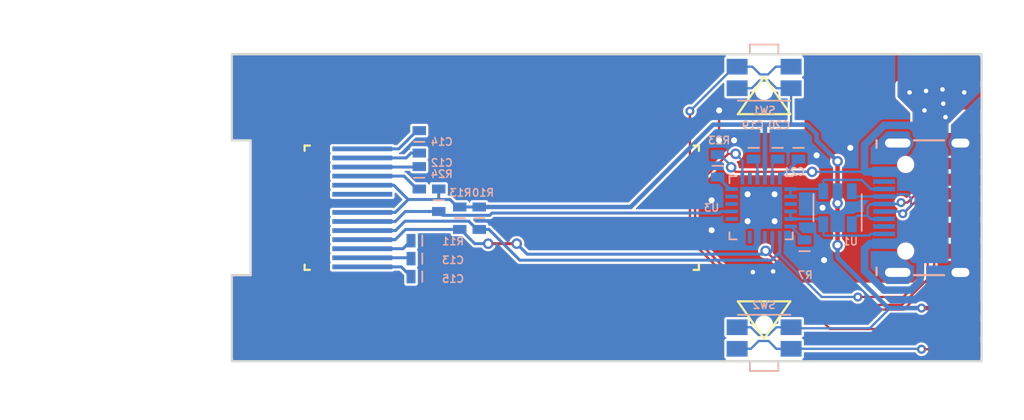
<source format=kicad_pcb>
(kicad_pcb (version 20241229) (generator "pcbnew") (generator_version "9.0")
  (layers (0 "F.Cu" mixed) (2 "B.Cu" mixed) (13 "F.Paste" user) (15 "B.Paste" user) (5 "F.SilkS" user) (7 "B.SilkS" user) (1 "F.Mask" user) (3 "B.Mask" user) (25 "Edge.Cuts" user))
  (net 0 "")
  (net 1 "GND")
  (net 2 "VBUS")
  (net 3 "+3V3")
  (net 4 "Net-(J2-Pin_4)")
  (net 5 "Net-(J2-Pin_3)")
  (net 6 "Net-(J2-Pin_13)")
  (net 7 "Net-(J2-Pin_2)")
  (net 8 "Net-(J2-Pin_1)")
  (net 9 "Net-(J2-Pin_14)")
  (net 10 "Net-(U3-VREG_1V2)")
  (net 11 "Net-(U3-VREG_2V7)")
  (net 12 "CC2")
  (net 14 "USB_P")
  (net 15 "USB_N")
  (net 16 "CC1")
  (net 19 "Net-(J2-Pin_12)")
  (net 20 "OLED_SCL")
  (net 21 "OLED_SDA")
  (net 22 "OLED_RST")
  (net 23 "INT_N")
  (net 28 "Net-(U3-RESET)")
  (net 29 "Net-(U3-VBUS_VS_DISCH)")
  (net 34 "SW1")
  (net 35 "SW2")
  (footprint "otter:pad_1_2" (layer "F.Cu") (at 98.5 118.1 90)
    (property "Reference" "J3" (hide yes))
    (property "Value" "Conn_01x01")
    (pad "1" smd rect (at 0 0 90) (size 1 3) (layers "F.Cu" "F.Mask" "F.Paste") (net 34 "SW1"))
  )
  (footprint "otter:pad_1_2" (layer "F.Cu") (at 98.5 119.5 90)
    (property "Reference" "J4" (hide yes))
    (property "Value" "Conn_01x01")
    (pad "1" smd rect (at 0 0 90) (size 1 3) (layers "F.Cu" "F.Mask" "F.Paste") (net 35 "SW2"))
  )
  (footprint "otter:pad_0.75_3" (layer "F.Cu") (at 98.5 107.05 90)
    (property "Reference" "J5" (hide yes))
    (property "Value" "Conn_01x01")
    (pad "1" smd rect (at 0 0 90) (size 0.75 3) (layers "F.Cu" "F.Mask" "F.Paste") (net 14 "USB_P"))
  )
  (footprint "otter:pad_0.75_3" (layer "F.Cu") (at 98.5 108.15 90)
    (property "Reference" "J6" (hide yes))
    (property "Value" "Conn_01x01")
    (pad "1" smd rect (at 0 0 90) (size 0.75 3) (layers "F.Cu" "F.Mask" "F.Paste") (net 15 "USB_N"))
  )
  (footprint "otter:pad_1_2" (layer "F.Cu") (at 98.5 110.1 90)
    (property "Reference" "J7" (hide yes))
    (property "Value" "Conn_01x01")
    (pad "1" smd rect (at 0 0 90) (size 1 3) (layers "F.Cu" "F.Mask" "F.Paste") (net 20 "OLED_SCL"))
  )
  (footprint "otter:pad_1_2" (layer "F.Cu") (at 98.5 111.5 90)
    (property "Reference" "J8" (hide yes))
    (property "Value" "Conn_01x01")
    (pad "1" smd rect (at 0 0 90) (size 1 3) (layers "F.Cu" "F.Mask" "F.Paste") (net 21 "OLED_SDA"))
  )
  (footprint "otter:pad_1_2" (layer "F.Cu") (at 98.5 112.9 90)
    (property "Reference" "J9" (hide yes))
    (property "Value" "Conn_01x01")
    (pad "1" smd rect (at 0 0 90) (size 1 3) (layers "F.Cu" "F.Mask" "F.Paste") (net 23 "INT_N"))
  )
  (footprint "otter:pad_1_2" (layer "F.Cu") (at 98.5 116.7 90)
    (property "Reference" "J10" (hide yes))
    (property "Value" "Conn_01x01")
    (pad "1" smd rect (at 0 0 90) (size 1 3) (layers "F.Cu" "F.Mask" "F.Paste") (net 3 "+3V3"))
  )
  (footprint "otter:pad_1.5_3" (layer "F.Cu") (at 98.5 100.8 90)
    (property "Reference" "J11" (hide yes))
    (property "Value" "Conn_01x01")
    (pad "1" smd rect (at 0 0 90) (size 1.5 3) (layers "F.Cu" "F.Mask" "F.Paste") (net 1 "GND"))
  )
  (footprint "otter:pad_1.5_3" (layer "F.Cu") (at 98.5 102.7 90)
    (property "Reference" "J12" (hide yes))
    (property "Value" "Conn_01x01")
    (pad "1" smd rect (at 0 0 90) (size 1.5 3) (layers "F.Cu" "F.Mask" "F.Paste") (net 2 "VBUS"))
  )
  (footprint "otter:pad_1.5_3" (layer "F.Cu") (at 51.55 101.05 90)
    (property "Reference" "J13" (hide yes))
    (property "Value" "Conn_01x01")
    (pad "1" smd rect (at 0 0 90) (size 1.5 3) (layers "F.Cu" "F.Mask" "F.Paste"))
  )
  (footprint "otter:pad_1.5_3" (layer "F.Cu") (at 51.55 103.05 90)
    (property "Reference" "J14" (hide yes))
    (property "Value" "Conn_01x01")
    (pad "1" smd rect (at 0 0 90) (size 1.5 3) (layers "F.Cu" "F.Mask" "F.Paste"))
  )
  (footprint "otter:pad_1.5_3" (layer "F.Cu") (at 51.55 118.95 90)
    (property "Reference" "J15" (hide yes))
    (property "Value" "Conn_01x01")
    (pad "1" smd rect (at 0 0 90) (size 1.5 3) (layers "F.Cu" "F.Mask" "F.Paste"))
  )
  (footprint "otter:pad_1.5_3" (layer "F.Cu") (at 51.55 116.95 90)
    (property "Reference" "J16" (hide yes))
    (property "Value" "Conn_01x01")
    (pad "1" smd rect (at 0 0 90) (size 1.5 3) (layers "F.Cu" "F.Mask" "F.Paste"))
  )
  (footprint "otter:C_0603" (layer "B.Cu") (at 62.5 108 -90)
    (property "Reference" "C12" (at -1 -1.5 180) (layer "B.SilkS") (effects (font (size 0.5 0.5) (thickness 0.1)) (justify mirror)))
    (property "Value" "1u 25V" (hide yes))
    (fp_line (start 0 -0.35) (end 0 0.35) (stroke (width 0.12)) (layer "B.SilkS"))
    (pad "1" smd rect (at -0.75 0 270) (size 0.6 0.9) (layers "B.Cu" "B.Mask" "B.Paste") (net 5 "Net-(J2-Pin_3)"))
    (pad "2" smd rect (at 0.75 0 270) (size 0.6 0.9) (layers "B.Cu" "B.Mask" "B.Paste") (net 4 "Net-(J2-Pin_4)"))
  )
  (footprint "otter:C_0603" (layer "B.Cu") (at 62.7 113.4)
    (property "Reference" "C13" (at 2.05 0.1 0) (layer "B.SilkS") (effects (font (size 0.5 0.5) (thickness 0.1)) (justify mirror)))
    (property "Value" "1u 25V" (hide yes))
    (fp_line (start 0 -0.35) (end 0 0.35) (stroke (width 0.12)) (layer "B.SilkS"))
    (pad "1" smd rect (at -0.75 0) (size 0.6 0.9) (layers "B.Cu" "B.Mask" "B.Paste") (net 6 "Net-(J2-Pin_13)"))
    (pad "2" smd rect (at 0.75 0) (size 0.6 0.9) (layers "B.Cu" "B.Mask" "B.Paste") (net 1 "GND"))
  )
  (footprint "otter:C_0603" (layer "B.Cu") (at 62.5 105.6 90)
    (property "Reference" "C14" (at 0 1.5 180) (layer "B.SilkS") (effects (font (size 0.5 0.5) (thickness 0.1)) (justify mirror)))
    (property "Value" "1u 25V" (hide yes))
    (fp_line (start 0 -0.35) (end 0 0.35) (stroke (width 0.12)) (layer "B.SilkS"))
    (pad "1" smd rect (at -0.75 0 90) (size 0.6 0.9) (layers "B.Cu" "B.Mask" "B.Paste") (net 7 "Net-(J2-Pin_2)"))
    (pad "2" smd rect (at 0.75 0 90) (size 0.6 0.9) (layers "B.Cu" "B.Mask" "B.Paste") (net 8 "Net-(J2-Pin_1)"))
  )
  (footprint "otter:C_0603" (layer "B.Cu") (at 62.7 114.6)
    (property "Reference" "C15" (at 2.05 0.15 0) (layer "B.SilkS") (effects (font (size 0.5 0.5) (thickness 0.1)) (justify mirror)))
    (property "Value" "1u 25V" (hide yes))
    (fp_line (start 0 -0.35) (end 0 0.35) (stroke (width 0.12)) (layer "B.SilkS"))
    (pad "1" smd rect (at -0.75 0) (size 0.6 0.9) (layers "B.Cu" "B.Mask" "B.Paste") (net 9 "Net-(J2-Pin_14)"))
    (pad "2" smd rect (at 0.75 0) (size 0.6 0.9) (layers "B.Cu" "B.Mask" "B.Paste") (net 1 "GND"))
  )
  (footprint "otter:C_0603" (layer "B.Cu") (at 84.8 106 -90)
    (property "Reference" "C19" (at -1.5 0.05 180) (layer "B.SilkS") (effects (font (size 0.5 0.5) (thickness 0.1)) (justify mirror)))
    (property "Value" "1u 25V" (hide yes))
    (fp_line (start 0 -0.35) (end 0 0.35) (stroke (width 0.12)) (layer "B.SilkS"))
    (pad "1" smd rect (at -0.75 0 270) (size 0.6 0.9) (layers "B.Cu" "B.Mask" "B.Paste") (net 1 "GND"))
    (pad "2" smd rect (at 0.75 0 270) (size 0.6 0.9) (layers "B.Cu" "B.Mask" "B.Paste") (net 10 "Net-(U3-VREG_1V2)"))
  )
  (footprint "otter:C_0603" (layer "B.Cu") (at 86.4 106 90)
    (property "Reference" "C20" (at 1.5 0.1 180) (layer "B.SilkS") (effects (font (size 0.5 0.5) (thickness 0.1)) (justify mirror)))
    (property "Value" "1u 25V" (hide yes))
    (fp_line (start 0 -0.35) (end 0 0.35) (stroke (width 0.12)) (layer "B.SilkS"))
    (pad "1" smd rect (at -0.75 0 90) (size 0.6 0.9) (layers "B.Cu" "B.Mask" "B.Paste") (net 11 "Net-(U3-VREG_2V7)"))
    (pad "2" smd rect (at 0.75 0 90) (size 0.6 0.9) (layers "B.Cu" "B.Mask" "B.Paste") (net 1 "GND"))
  )
  (footprint "otter:USB-C 16Pin" (layer "B.Cu") (at 93.5 110 -90)
    (property "Reference" "J1" (hide yes))
    (property "Value" "USB_C_Receptacle_USB2.0")
    (fp_line (start -4.5 0.5) (end -4 0.5) (stroke (width 0.15)) (layer "B.SilkS"))
    (fp_line (start 4 0.5) (end 4.5 0.5) (stroke (width 0.15)) (layer "B.SilkS"))
    (fp_line (start -4.5 -2) (end -4.5 -4) (stroke (width 0.15)) (layer "B.SilkS"))
    (fp_line (start 4.5 -4) (end 4.5 -2) (stroke (width 0.15)) (layer "B.SilkS"))
    (pad "" np_thru_hole circle (at -2.89 -1.445 270) (size 0.65 0.65) (drill 0.65) (layers "*.Cu" "*.Mask"))
    (pad "" np_thru_hole circle (at 2.89 -1.445 270) (size 0.65 0.65) (drill 0.65) (layers "*.Cu" "*.Mask"))
    (pad "A1" smd rect (at -3.2 0 270) (size 0.6 1.45) (layers "B.Cu" "B.Mask" "B.Paste") (net 1 "GND"))
    (pad "A4" smd rect (at -2.4 0 270) (size 0.6 1.45) (layers "B.Cu" "B.Mask" "B.Paste") (net 2 "VBUS"))
    (pad "A5" smd rect (at -1.25 0 270) (size 0.3 1.45) (layers "B.Cu" "B.Mask" "B.Paste") (net 16 "CC1"))
    (pad "A6" smd rect (at -0.25 0 270) (size 0.3 1.45) (layers "B.Cu" "B.Mask" "B.Paste") (net 14 "USB_P"))
    (pad "A7" smd rect (at 0.25 0 270) (size 0.3 1.45) (layers "B.Cu" "B.Mask" "B.Paste") (net 15 "USB_N"))
    (pad "A8" smd rect (at 1.25 0 270) (size 0.3 1.45) (layers "B.Cu" "B.Mask" "B.Paste"))
    (pad "A9" smd rect (at -2.4 0 270) (size 0.6 1.45) (layers "B.Cu" "B.Mask" "B.Paste") (net 2 "VBUS"))
    (pad "A12" smd rect (at -3.2 0 270) (size 0.6 1.45) (layers "B.Cu" "B.Mask" "B.Paste") (net 1 "GND"))
    (pad "B1" smd rect (at 3.2 0 270) (size 0.6 1.45) (layers "B.Cu" "B.Mask" "B.Paste") (net 1 "GND"))
    (pad "B4" smd rect (at 2.4 0 270) (size 0.6 1.45) (layers "B.Cu" "B.Mask" "B.Paste") (net 2 "VBUS"))
    (pad "B5" smd rect (at 1.75 0 270) (size 0.3 1.45) (layers "B.Cu" "B.Mask" "B.Paste") (net 12 "CC2"))
    (pad "B6" smd rect (at 0.75 0 270) (size 0.3 1.45) (layers "B.Cu" "B.Mask" "B.Paste") (net 14 "USB_P"))
    (pad "B7" smd rect (at -0.75 0 270) (size 0.3 1.45) (layers "B.Cu" "B.Mask" "B.Paste") (net 15 "USB_N"))
    (pad "B8" smd rect (at -1.75 0 270) (size 0.3 1.45) (layers "B.Cu" "B.Mask" "B.Paste"))
    (pad "B9" smd rect (at 2.4 0 270) (size 0.6 1.45) (layers "B.Cu" "B.Mask" "B.Paste") (net 2 "VBUS"))
    (pad "B12" smd rect (at 3.2 0 270) (size 0.6 1.45) (layers "B.Cu" "B.Mask" "B.Paste") (net 1 "GND"))
    (pad "S1" thru_hole oval (at -4.32 -5.095 270) (size 1 1.6) (drill oval 0.6 1.2) (layers "*.Cu" "*.Mask") (net 1 "GND"))
    (pad "S1" thru_hole oval (at -4.32 -0.915 270) (size 1 2.1) (drill oval 0.6 1.7) (layers "*.Cu" "*.Mask") (net 1 "GND"))
    (pad "S1" thru_hole oval (at 4.32 -5.095 270) (size 1 1.6) (drill oval 0.6 1.2) (layers "*.Cu" "*.Mask") (net 1 "GND"))
    (pad "S1" thru_hole oval (at 4.32 -0.915 270) (size 1 2.1) (drill oval 0.6 1.7) (layers "*.Cu" "*.Mask") (net 1 "GND"))
  )
  (footprint "otter:0.69OLED" (layer "B.Cu") (at 58.7 110.009223 -90)
    (property "Reference" "J2" (hide yes))
    (property "Value" "OLED_64x32")
    (pad "1" smd rect (at -3.94 0 270) (size 0.32 4) (layers "B.Cu" "B.Mask" "B.Paste") (net 8 "Net-(J2-Pin_1)"))
    (pad "2" smd rect (at -3.333847 0 270) (size 0.32 4) (layers "B.Cu" "B.Mask" "B.Paste") (net 7 "Net-(J2-Pin_2)"))
    (pad "3" smd rect (at -2.727694 0 270) (size 0.32 4) (layers "B.Cu" "B.Mask" "B.Paste") (net 5 "Net-(J2-Pin_3)"))
    (pad "4" smd rect (at -2.121541 0 270) (size 0.32 4) (layers "B.Cu" "B.Mask" "B.Paste") (net 4 "Net-(J2-Pin_4)"))
    (pad "5" smd rect (at -1.515388 0 270) (size 0.32 4) (layers "B.Cu" "B.Mask" "B.Paste") (net 3 "+3V3"))
    (pad "6" smd rect (at -0.909235 0 270) (size 0.32 4) (layers "B.Cu" "B.Mask" "B.Paste"))
    (pad "7" smd rect (at -0.303082 0 270) (size 0.32 4) (layers "B.Cu" "B.Mask" "B.Paste") (net 1 "GND"))
    (pad "8" smd rect (at 0.303071 0 270) (size 0.32 4) (layers "B.Cu" "B.Mask" "B.Paste") (net 3 "+3V3"))
    (pad "9" smd rect (at 0.909224 0 270) (size 0.32 4) (layers "B.Cu" "B.Mask" "B.Paste") (net 22 "OLED_RST"))
    (pad "10" smd rect (at 1.515377 0 270) (size 0.32 4) (layers "B.Cu" "B.Mask" "B.Paste") (net 20 "OLED_SCL"))
    (pad "11" smd rect (at 2.12153 0 270) (size 0.32 4) (layers "B.Cu" "B.Mask" "B.Paste") (net 21 "OLED_SDA"))
    (pad "12" smd rect (at 2.727683 0 270) (size 0.32 4) (layers "B.Cu" "B.Mask" "B.Paste") (net 19 "Net-(J2-Pin_12)"))
    (pad "13" smd rect (at 3.333836 0 270) (size 0.32 4) (layers "B.Cu" "B.Mask" "B.Paste") (net 6 "Net-(J2-Pin_13)"))
    (pad "14" smd rect (at 3.94 0 270) (size 0.32 4) (layers "B.Cu" "B.Mask" "B.Paste") (net 9 "Net-(J2-Pin_14)"))
  )
  (footprint "otter:R_0603" (layer "B.Cu") (at 88.2 112.9 90)
    (property "Reference" "R7" (at -1.6 0.05 180) (layer "B.SilkS") (effects (font (size 0.5 0.5) (thickness 0.1)) (justify mirror)))
    (property "Value" "2k" (hide yes))
    (fp_line (start 0 -0.35) (end 0 0.35) (stroke (width 0.12)) (layer "B.SilkS"))
    (pad "1" smd rect (at -0.75 0 90) (size 0.6 0.9) (layers "B.Cu" "B.Mask" "B.Paste") (net 1 "GND"))
    (pad "2" smd rect (at 0.75 0 90) (size 0.6 0.9) (layers "B.Cu" "B.Mask" "B.Paste") (net 28 "Net-(U3-RESET)"))
  )
  (footprint "otter:R_0603" (layer "B.Cu") (at 66.5 110.7 90)
    (property "Reference" "R10" (at 1.7 0.25 180) (layer "B.SilkS") (effects (font (size 0.5 0.5) (thickness 0.1)) (justify mirror)))
    (property "Value" "2k" (hide yes))
    (fp_line (start 0 -0.35) (end 0 0.35) (stroke (width 0.12)) (layer "B.SilkS"))
    (pad "1" smd rect (at -0.75 0 90) (size 0.6 0.9) (layers "B.Cu" "B.Mask" "B.Paste") (net 20 "OLED_SCL"))
    (pad "2" smd rect (at 0.75 0 90) (size 0.6 0.9) (layers "B.Cu" "B.Mask" "B.Paste") (net 3 "+3V3"))
  )
  (footprint "otter:R_0603" (layer "B.Cu") (at 62.7 112.2)
    (property "Reference" "R11" (at 2.05 0.05 0) (layer "B.SilkS") (effects (font (size 0.5 0.5) (thickness 0.1)) (justify mirror)))
    (property "Value" "560k" (hide yes))
    (fp_line (start 0 -0.35) (end 0 0.35) (stroke (width 0.12)) (layer "B.SilkS"))
    (pad "1" smd rect (at -0.75 0) (size 0.6 0.9) (layers "B.Cu" "B.Mask" "B.Paste") (net 19 "Net-(J2-Pin_12)"))
    (pad "2" smd rect (at 0.75 0) (size 0.6 0.9) (layers "B.Cu" "B.Mask" "B.Paste") (net 1 "GND"))
  )
  (footprint "otter:R_0603" (layer "B.Cu") (at 65.2 110.7 90)
    (property "Reference" "R13" (at 1.7 0.05 180) (layer "B.SilkS") (effects (font (size 0.5 0.5) (thickness 0.1)) (justify mirror)))
    (property "Value" "2k" (hide yes))
    (fp_line (start 0 -0.35) (end 0 0.35) (stroke (width 0.12)) (layer "B.SilkS"))
    (pad "1" smd rect (at -0.75 0 90) (size 0.6 0.9) (layers "B.Cu" "B.Mask" "B.Paste") (net 21 "OLED_SDA"))
    (pad "2" smd rect (at 0.75 0 90) (size 0.6 0.9) (layers "B.Cu" "B.Mask" "B.Paste") (net 3 "+3V3"))
  )
  (footprint "otter:R_0603" (layer "B.Cu") (at 82.4 107.2 90)
    (property "Reference" "R23" (at 1.7 0.1 180) (layer "B.SilkS") (effects (font (size 0.5 0.5) (thickness 0.1)) (justify mirror)))
    (property "Value" "2k" (hide yes))
    (fp_line (start 0 -0.35) (end 0 0.35) (stroke (width 0.12)) (layer "B.SilkS"))
    (pad "1" smd rect (at -0.75 0 90) (size 0.6 0.9) (layers "B.Cu" "B.Mask" "B.Paste") (net 29 "Net-(U3-VBUS_VS_DISCH)"))
    (pad "2" smd rect (at 0.75 0 90) (size 0.6 0.9) (layers "B.Cu" "B.Mask" "B.Paste") (net 2 "VBUS"))
  )
  (footprint "otter:R_0603" (layer "B.Cu") (at 63.8 109.5 90)
    (property "Reference" "R24" (at 1.75 0.2 180) (layer "B.SilkS") (effects (font (size 0.5 0.5) (thickness 0.1)) (justify mirror)))
    (property "Value" "2k" (hide yes))
    (fp_line (start 0 -0.35) (end 0 0.35) (stroke (width 0.12)) (layer "B.SilkS"))
    (pad "1" smd rect (at -0.75 0 90) (size 0.6 0.9) (layers "B.Cu" "B.Mask" "B.Paste") (net 22 "OLED_RST"))
    (pad "2" smd rect (at 0.75 0 90) (size 0.6 0.9) (layers "B.Cu" "B.Mask" "B.Paste") (net 3 "+3V3"))
  )
  (footprint "Button_Switch_SMD:SW_SPST_EVQP7C" (layer "B.Cu") (at 85.5 101.3)
    (property "Reference" "SW1" (at 0 2.2 0) (layer "B.SilkS") (effects (font (size 0.5 0.5) (thickness 0.1)) (justify mirror)))
    (property "Value" "key1")
    (fp_line (start -1.75 1.55) (end 1.75 1.55) (stroke (width 0.12)) (layer "B.SilkS"))
    (fp_line (start -0.95 -2.2) (end -0.95 -1.55) (stroke (width 0.12)) (layer "B.SilkS"))
    (fp_line (start 0.95 -2.2) (end -0.95 -2.2) (stroke (width 0.12)) (layer "B.SilkS"))
    (fp_line (start 0.95 -1.55) (end 0.95 -2.2) (stroke (width 0.12)) (layer "B.SilkS"))
    (fp_line (start 1.75 -1.55) (end -1.75 -1.55) (stroke (width 0.12)) (layer "B.SilkS"))
    (pad "" np_thru_hole circle (at 0 -0.9) (size 0.7 0.7) (drill 0.7) (layers "*.Cu" "*.Mask"))
    (pad "" np_thru_hole circle (at 0 0.9) (size 0.7 0.7) (drill 0.7) (layers "*.Cu" "*.Mask"))
    (pad "1" smd rect (at -1.8 0.72) (size 1.4 1.05) (layers "B.Cu" "B.Mask" "B.Paste") (net 3 "+3V3"))
    (pad "1" smd rect (at 1.8 0.72) (size 1.4 1.05) (layers "B.Cu" "B.Mask" "B.Paste") (net 3 "+3V3"))
    (pad "2" smd rect (at -1.8 -0.72) (size 1.4 1.05) (layers "B.Cu" "B.Mask" "B.Paste") (net 34 "SW1"))
    (pad "2" smd rect (at 1.8 -0.72) (size 1.4 1.05) (layers "B.Cu" "B.Mask" "B.Paste") (net 34 "SW1"))
  )
  (footprint "Button_Switch_SMD:SW_SPST_EVQP7C" (layer "B.Cu") (at 85.5 118.7 180)
    (property "Reference" "SW2" (at 0 2.2 0) (layer "B.SilkS") (effects (font (size 0.5 0.5) (thickness 0.1)) (justify mirror)))
    (property "Value" "key2")
    (fp_line (start 1.75 -1.55) (end -1.75 -1.55) (stroke (width 0.12)) (layer "B.SilkS"))
    (fp_line (start 0.95 -1.55) (end 0.95 -2.2) (stroke (width 0.12)) (layer "B.SilkS"))
    (fp_line (start 0.95 -2.2) (end -0.95 -2.2) (stroke (width 0.12)) (layer "B.SilkS"))
    (fp_line (start -0.95 -2.2) (end -0.95 -1.55) (stroke (width 0.12)) (layer "B.SilkS"))
    (fp_line (start -1.75 1.55) (end 1.75 1.55) (stroke (width 0.12)) (layer "B.SilkS"))
    (pad "" np_thru_hole circle (at 0 -0.9 180) (size 0.7 0.7) (drill 0.7) (layers "*.Cu" "*.Mask"))
    (pad "" np_thru_hole circle (at 0 0.9 180) (size 0.7 0.7) (drill 0.7) (layers "*.Cu" "*.Mask"))
    (pad "1" smd rect (at -1.8 0.72 180) (size 1.4 1.05) (layers "B.Cu" "B.Mask" "B.Paste") (net 3 "+3V3"))
    (pad "1" smd rect (at 1.8 0.72 180) (size 1.4 1.05) (layers "B.Cu" "B.Mask" "B.Paste") (net 3 "+3V3"))
    (pad "2" smd rect (at -1.8 -0.72 180) (size 1.4 1.05) (layers "B.Cu" "B.Mask" "B.Paste") (net 35 "SW2"))
    (pad "2" smd rect (at 1.8 -0.72 180) (size 1.4 1.05) (layers "B.Cu" "B.Mask" "B.Paste") (net 35 "SW2"))
  )
  (footprint "Package_TO_SOT_SMD:SOT-23-6" (layer "B.Cu") (at 90.4 110 90)
    (property "Reference" "U1" (at -2.25 0.85 0) (layer "B.SilkS") (effects (font (size 0.5 0.5) (thickness 0.1)) (justify mirror)))
    (property "Value" "USBLC6-4SC6")
    (fp_line (start -0.9 -1.61) (end 0.9 -1.61) (stroke (width 0.12)) (layer "B.SilkS"))
    (fp_line (start 0.9 1.61) (end -1.55 1.61) (stroke (width 0.12)) (layer "B.SilkS"))
    (pad "1" smd rect (at -1.1 0.95 90) (size 1.06 0.65) (layers "B.Cu" "B.Mask" "B.Paste") (net 14 "USB_P"))
    (pad "2" smd rect (at -1.1 0 90) (size 1.06 0.65) (layers "B.Cu" "B.Mask" "B.Paste") (net 1 "GND"))
    (pad "3" smd rect (at -1.1 -0.95 90) (size 1.06 0.65) (layers "B.Cu" "B.Mask" "B.Paste") (net 12 "CC2"))
    (pad "4" smd rect (at 1.1 -0.95 90) (size 1.06 0.65) (layers "B.Cu" "B.Mask" "B.Paste") (net 16 "CC1"))
    (pad "5" smd rect (at 1.1 0 90) (size 1.06 0.65) (layers "B.Cu" "B.Mask" "B.Paste") (net 3 "+3V3"))
    (pad "6" smd rect (at 1.1 0.95 90) (size 1.06 0.65) (layers "B.Cu" "B.Mask" "B.Paste") (net 15 "USB_N"))
  )
  (footprint "otter:QFN-24-1EP_4x4mm_P0.5mm_EP2.7x2.7mm" (layer "B.Cu") (at 85.3 110 180)
    (property "Reference" "U3" (at 3.3 0 0) (layer "B.SilkS") (effects (font (size 0.5 0.5) (thickness 0.1)) (justify mirror)))
    (property "Value" "STUSB4500QTR")
    (fp_line (start 2.11 2.11) (end 2.11 1.635) (stroke (width 0.12)) (layer "B.SilkS"))
    (fp_line (start 2.11 -2.11) (end 2.11 -1.635) (stroke (width 0.12)) (layer "B.SilkS"))
    (fp_line (start 1.635 2.11) (end 2.11 2.11) (stroke (width 0.12)) (layer "B.SilkS"))
    (fp_line (start 1.635 -2.11) (end 2.11 -2.11) (stroke (width 0.12)) (layer "B.SilkS"))
    (fp_line (start -1.635 2.11) (end -2.11 2.11) (stroke (width 0.12)) (layer "B.SilkS"))
    (fp_line (start -1.635 -2.11) (end -2.11 -2.11) (stroke (width 0.12)) (layer "B.SilkS"))
    (fp_line (start -2.11 -2.11) (end -2.11 -1.635) (stroke (width 0.12)) (layer "B.SilkS"))
    (pad "1" smd rect (at -1.9625 1.25 180) (size 0.825 0.25) (layers "B.Cu" "B.Mask" "B.Paste") (net 16 "CC1"))
    (pad "2" smd rect (at -1.9625 0.75 180) (size 0.825 0.25) (layers "B.Cu" "B.Mask" "B.Paste") (net 16 "CC1"))
    (pad "3" smd rect (at -1.9625 0.25 180) (size 0.825 0.25) (layers "B.Cu" "B.Mask" "B.Paste"))
    (pad "4" smd rect (at -1.9625 -0.25 180) (size 0.825 0.25) (layers "B.Cu" "B.Mask" "B.Paste") (net 12 "CC2"))
    (pad "5" smd rect (at -1.9625 -0.75 180) (size 0.825 0.25) (layers "B.Cu" "B.Mask" "B.Paste") (net 12 "CC2"))
    (pad "6" smd rect (at -1.9625 -1.25 180) (size 0.825 0.25) (layers "B.Cu" "B.Mask" "B.Paste") (net 28 "Net-(U3-RESET)"))
    (pad "7" smd rect (at -1.25 -1.9625 180) (size 0.25 0.825) (layers "B.Cu" "B.Mask" "B.Paste") (net 20 "OLED_SCL"))
    (pad "8" smd rect (at -0.75 -1.9625 180) (size 0.25 0.825) (layers "B.Cu" "B.Mask" "B.Paste") (net 21 "OLED_SDA"))
    (pad "9" smd rect (at -0.25 -1.9625 180) (size 0.25 0.825) (layers "B.Cu" "B.Mask" "B.Paste"))
    (pad "10" smd rect (at 0.25 -1.9625 180) (size 0.25 0.825) (layers "B.Cu" "B.Mask" "B.Paste") (net 1 "GND"))
    (pad "11" smd rect (at 0.75 -1.9625 180) (size 0.25 0.825) (layers "B.Cu" "B.Mask" "B.Paste"))
    (pad "12" smd rect (at 1.25 -1.9625 180) (size 0.25 0.825) (layers "B.Cu" "B.Mask" "B.Paste") (net 1 "GND"))
    (pad "13" smd rect (at 1.9625 -1.25 180) (size 0.825 0.25) (layers "B.Cu" "B.Mask" "B.Paste") (net 1 "GND"))
    (pad "14" smd rect (at 1.9625 -0.75 180) (size 0.825 0.25) (layers "B.Cu" "B.Mask" "B.Paste"))
    (pad "15" smd rect (at 1.9625 -0.25 180) (size 0.825 0.25) (layers "B.Cu" "B.Mask" "B.Paste") (net 22 "OLED_RST"))
    (pad "16" smd rect (at 1.9625 0.25 180) (size 0.825 0.25) (layers "B.Cu" "B.Mask" "B.Paste"))
    (pad "17" smd rect (at 1.9625 0.75 180) (size 0.825 0.25) (layers "B.Cu" "B.Mask" "B.Paste"))
    (pad "18" smd rect (at 1.9625 1.25 180) (size 0.825 0.25) (layers "B.Cu" "B.Mask" "B.Paste") (net 29 "Net-(U3-VBUS_VS_DISCH)"))
    (pad "19" smd rect (at 1.25 1.9625 180) (size 0.25 0.825) (layers "B.Cu" "B.Mask" "B.Paste") (net 23 "INT_N"))
    (pad "20" smd rect (at 0.75 1.9625 180) (size 0.25 0.825) (layers "B.Cu" "B.Mask" "B.Paste"))
    (pad "21" smd rect (at 0.25 1.9625 180) (size 0.25 0.825) (layers "B.Cu" "B.Mask" "B.Paste") (net 10 "Net-(U3-VREG_1V2)"))
    (pad "22" smd rect (at -0.25 1.9625 180) (size 0.25 0.825) (layers "B.Cu" "B.Mask" "B.Paste") (net 3 "+3V3"))
    (pad "23" smd rect (at -0.75 1.9625 180) (size 0.25 0.825) (layers "B.Cu" "B.Mask" "B.Paste") (net 11 "Net-(U3-VREG_2V7)"))
    (pad "24" smd rect (at -1.25 1.9625 180) (size 0.25 0.825) (layers "B.Cu" "B.Mask" "B.Paste") (net 2 "VBUS"))
    (pad "25" smd rect (at 0 0 180) (size 2.65 2.65) (layers "B.Cu" "B.Mask") (net 1 "GND"))
  )
  (footprint "otter:C_0603" (layer "B.Cu") (at 87.793965 105.998662 90)
    (property "Reference" "C21" (at -1.6 -0.3 0) (layer "B.SilkS") (effects (font (size 0.5 0.5) (thickness 0.1)) (justify mirror)))
    (property "Value" "1u 50V" (hide yes))
    (fp_line (start 0 -0.35) (end 0 0.35) (stroke (width 0.12)) (layer "B.SilkS"))
    (pad "1" smd rect (at -0.75 0 90) (size 0.6 0.9) (layers "B.Cu" "B.Mask" "B.Paste") (net 2 "VBUS"))
    (pad "2" smd rect (at 0.75 0 90) (size 0.6 0.9) (layers "B.Cu" "B.Mask" "B.Paste") (net 1 "GND"))
  )
  (gr_line (start 81.15 114.15) (end 80.800001 114.15) (stroke (width 0.15)) (layer "F.SilkS"))
  (gr_line (start 81.15 113.800001) (end 81.15 114.15) (stroke (width 0.15)) (layer "F.SilkS"))
  (gr_line (start 83.75 116.25) (end 87.25 116.25) (stroke (width 0.15)) (layer "F.SilkS"))
  (gr_line (start 85.5 101.25) (end 83.75 103.75) (stroke (width 0.15)) (layer "F.SilkS"))
  (gr_line (start 87.25 103.75) (end 83.75 103.75) (stroke (width 0.15)) (layer "F.SilkS"))
  (gr_line (start 85.5 101.25) (end 87.25 103.75) (stroke (width 0.15)) (layer "F.SilkS"))
  (gr_line (start 85.5 118.75) (end 83.75 116.25) (stroke (width 0.15)) (layer "F.SilkS"))
  (gr_line (start 81.15 105.85) (end 81.15 106.199999) (stroke (width 0.15)) (layer "F.SilkS"))
  (gr_line (start 85.5 118.75) (end 87.25 116.25) (stroke (width 0.15)) (layer "F.SilkS"))
  (gr_line (start 80.800001 105.85) (end 81.15 105.85) (stroke (width 0.15)) (layer "F.SilkS"))
  (gr_line (start 54.85 114.15) (end 54.85 113.800001) (stroke (width 0.15)) (layer "F.SilkS"))
  (gr_line (start 55.199999 114.15) (end 54.85 114.15) (stroke (width 0.15)) (layer "F.SilkS"))
  (gr_line (start 54.85 106.2) (end 54.85 105.85) (stroke (width 0.15)) (layer "F.SilkS"))
  (gr_line (start 54.85 105.9) (end 54.85 105.85) (stroke (width 0.15)) (layer "F.SilkS"))
  (gr_line (start 54.85 105.85) (end 55.2 105.85) (stroke (width 0.15)) (layer "F.SilkS"))
  (gr_line (start 50 105.5) (end 50 99.75) (stroke (width 0.15)) (layer "Edge.Cuts"))
  (gr_line (start 100 120.25) (end 100 99.75) (stroke (width 0.15)) (layer "Edge.Cuts"))
  (gr_line (start 50 99.75) (end 100 99.75) (stroke (width 0.15)) (layer "Edge.Cuts"))
  (gr_line (start 51.25 105.5) (end 50 105.5) (stroke (width 0.15)) (layer "Edge.Cuts"))
  (gr_line (start 50 120.25) (end 100 120.25) (stroke (width 0.15)) (layer "Edge.Cuts"))
  (gr_line (start 50 114.5) (end 51.25 114.5) (stroke (width 0.15)) (layer "Edge.Cuts"))
  (gr_line (start 50 114.5) (end 50 120.25) (stroke (width 0.15)) (layer "Edge.Cuts"))
  (gr_line (start 51.25 114.5) (end 51.25 105.5) (stroke (width 0.15)) (layer "Edge.Cuts"))
  (segment (start 82.5 105.5) (end 82.5 103.5) (width 0.154) (layer "F.Cu") (net 1))
  (segment (start 98.5 100.8) (end 95.25 100.8) (width 0.154) (layer "F.Cu") (net 1))
  (segment (start 94.415 105.68) (end 98.595 105.68) (width 0.8) (layer "F.Cu") (net 1))
  (via (at 82 111.5) (size 0.7) (drill 0.4) (layers "F.Cu" "B.Cu") (net 1))
  (via (at 82 109.5) (size 0.7) (drill 0.4) (layers "F.Cu" "B.Cu") (net 1))
  (via (at 82.5 105.5) (size 0.7) (drill 0.4) (layers "F.Cu" "B.Cu") (net 1))
  (via (at 89.5 113.5) (size 0.7) (drill 0.4) (layers "F.Cu" "B.Cu") (net 1))
  (via (at 84.4 109.1) (size 0.7) (drill 0.4) (layers "F.Cu" "B.Cu") (net 1))
  (via (at 84.75 114.3) (size 0.6) (drill 0.3) (layers "F.Cu" "B.Cu") (net 1))
  (via (at 83.5 105.5) (size 0.7) (drill 0.4) (layers "F.Cu" "B.Cu") (net 1))
  (via (at 89 106.5) (size 0.7) (drill 0.4) (layers "F.Cu" "B.Cu") (net 1))
  (via (at 84.4 110.9) (size 0.7) (drill 0.4) (layers "F.Cu" "B.Cu") (net 1))
  (via (at 89.4 110) (size 0.7) (drill 0.4) (layers "F.Cu" "B.Cu") (net 1))
  (via (at 86.2 110.9) (size 0.7) (drill 0.4) (layers "F.Cu" "B.Cu") (net 1))
  (via (at 82.5 103.5) (size 0.7) (drill 0.4) (layers "F.Cu" "B.Cu") (net 1))
  (via (at 86.2 109.1) (size 0.7) (drill 0.4) (layers "F.Cu" "B.Cu") (net 1))
  (via (at 91.25 106) (size 0.7) (drill 0.4) (layers "F.Cu" "B.Cu") (net 1))
  (via (at 86.1 114.25) (size 0.6) (drill 0.3) (layers "F.Cu" "B.Cu") (net 1))
  (segment (start 85.05 111.9625) (end 85.05 110.25) (width 0.154) (layer "B.Cu") (net 1))
  (segment (start 83.3375 111.25) (end 84.05 111.25) (width 0.154) (layer "B.Cu") (net 1))
  (segment (start 89.620802 110) (end 89.4 110) (width 0.154) (layer "B.Cu") (net 1))
  (segment (start 84.05 111.9625) (end 84.05 111.25) (width 0.154) (layer "B.Cu") (net 1))
  (segment (start 98.595 105.68) (end 98.595 114.32) (width 0.8) (layer "B.Cu") (net 1))
  (segment (start 90.4 111.1) (end 90.4 110.779198) (width 0.154) (layer "B.Cu") (net 1))
  (segment (start 85.05 110.25) (end 85.3 110) (width 0.154) (layer "B.Cu") (net 1))
  (segment (start 90.4 110.779198) (end 89.620802 110) (width 0.154) (layer "B.Cu") (net 1))
  (segment (start 88.7 107.6) (end 83.6 107.6) (width 0.154) (layer "F.Cu") (net 2))
  (segment (start 83.6 107.6) (end 83.3 107.3) (width 0.154) (layer "F.Cu") (net 2))
  (via (at 97.45 103.05) (size 0.6) (drill 0.3) (layers "F.Cu" "B.Cu") (net 2))
  (via (at 95.2 102.3) (size 0.6) (drill 0.3) (layers "F.Cu" "B.Cu") (net 2))
  (via (at 98.85 102.3) (size 0.6) (drill 0.3) (layers "F.Cu" "B.Cu") (net 2))
  (via (at 97.6 103.95) (size 0.6) (drill 0.3) (layers "F.Cu" "B.Cu") (net 2))
  (via (at 96.3 102.2) (size 0.6) (drill 0.3) (layers "F.Cu" "B.Cu") (net 2))
  (via (at 97.4 102.1) (size 0.6) (drill 0.3) (layers "F.Cu" "B.Cu") (net 2))
  (via (at 83.3 107.3) (size 0.7) (drill 0.4) (layers "F.Cu" "B.Cu") (net 2))
  (via (at 88.7 107.6) (size 0.7) (drill 0.4) (layers "F.Cu" "B.Cu") (net 2))
  (via (at 96.2 103.5) (size 0.6) (drill 0.3) (layers "F.Cu" "B.Cu") (net 2))
  (segment (start 92.2 105.8) (end 93.5 104.5) (width 0.5) (layer "B.Cu") (net 2))
  (segment (start 87.793965 106.748662) (end 87.793965 106.806035) (width 0.2) (layer "B.Cu") (net 2))
  (segment (start 95.3 104.5) (end 96 105.2) (width 0.5) (layer "B.Cu") (net 2))
  (segment (start 92.2 114.2) (end 93.5 115.5) (width 0.5) (layer "B.Cu") (net 2))
  (segment (start 92.547798 112.4) (end 92.2 112.747798) (width 0.5) (layer "B.Cu") (net 2))
  (segment (start 93.5 112.4) (end 92.547798 112.4) (width 0.5) (layer "B.Cu") (net 2))
  (segment (start 93.5 107.6) (end 88.7 107.6) (width 0.154) (layer "B.Cu") (net 2))
  (segment (start 95.9 114.9) (end 95.9 113.4) (width 0.5) (layer "B.Cu") (net 2))
  (segment (start 87.7 107.6) (end 87 107.6) (width 0.154) (layer "B.Cu") (net 2))
  (segment (start 86.55 107.95) (end 86.55 108.0375) (width 0.154) (layer "B.Cu") (net 2))
  (segment (start 96 105.2) (end 96 106.7) (width 0.5) (layer "B.Cu") (net 2))
  (segment (start 83.3 107.2) (end 83.3 107.3) (width 0.154) (layer "B.Cu") (net 2))
  (segment (start 86.9 107.6) (end 86.55 107.95) (width 0.154) (layer "B.Cu") (net 2))
  (segment (start 82.55 106.45) (end 83.3 107.2) (width 0.154) (layer "B.Cu") (net 2))
  (segment (start 93.5 107.6) (end 92.275 107.6) (width 0.5) (layer "B.Cu") (net 2))
  (segment (start 92.2 112.747798) (end 92.2 114.2) (width 0.5) (layer "B.Cu") (net 2))
  (segment (start 93.5 115.5) (end 95.3 115.5) (width 0.5) (layer "B.Cu") (net 2))
  (segment (start 92.275 107.6) (end 92.2 107.525) (width 0.5) (layer "B.Cu") (net 2))
  (segment (start 93.5 104.5) (end 95.3 104.5) (width 0.5) (layer "B.Cu") (net 2))
  (segment (start 87 107.6) (end 86.9 107.6) (width 0.154) (layer "B.Cu") (net 2))
  (segment (start 88.7 107.6) (end 87.7 107.6) (width 0.154) (layer "B.Cu") (net 2))
  (segment (start 87.793965 106.806035) (end 87 107.6) (width 0.2) (layer "B.Cu") (net 2))
  (segment (start 95.3 115.5) (end 95.9 114.9) (width 0.5) (layer "B.Cu") (net 2))
  (segment (start 92.2 107.525) (end 92.2 105.8) (width 0.5) (layer "B.Cu") (net 2))
  (segment (start 82.4 106.45) (end 82.55 106.45) (width 0.154) (layer "B.Cu") (net 2))
  (segment (start 90.4 112.5) (end 90.4 109.7) (width 0.3) (layer "F.Cu") (net 3))
  (segment (start 98.5 116.7) (end 96.000002 116.7) (width 0.3) (layer "F.Cu") (net 3))
  (segment (start 90.4 109.7) (end 90.4 106.9) (width 0.3) (layer "F.Cu") (net 3))
  (via (at 96.000002 116.7) (size 0.6) (drill 0.3) (layers "F.Cu" "B.Cu") (net 3))
  (via (at 90.4 112.5) (size 0.7) (drill 0.4) (layers "F.Cu" "B.Cu") (net 3))
  (via (at 90.4 106.9) (size 0.7) (drill 0.4) (layers "F.Cu" "B.Cu") (net 3))
  (via (at 90.4 109.7) (size 0.7) (drill 0.4) (layers "F.Cu" "B.Cu") (net 3))
  (segment (start 93.9 116.7) (end 92.55 118.05) (width 0.154) (layer "B.Cu") (net 3))
  (segment (start 83.7 102.02) (end 84.68 102.02) (width 0.154) (layer "B.Cu") (net 3))
  (segment (start 92.55 118.05) (end 87.545 118.05) (width 0.154) (layer "B.Cu") (net 3))
  (segment (start 58.7 110.312294) (end 60.9 110.312294) (width 0.2) (layer "B.Cu") (net 3))
  (segment (start 58.7 108.493835) (end 60.796917 108.493835) (width 0.2) (layer "B.Cu") (net 3))
  (segment (start 84.617 117.98) (end 85.137 118.5) (width 0.154) (layer "B.Cu") (net 3))
  (segment (start 65.2 109.95) (end 66.5 109.95) (width 0.2) (layer "B.Cu") (net 3))
  (segment (start 90.4 106.9) (end 89 105.5) (width 0.3) (layer "B.Cu") (net 3))
  (segment (start 86.32 102.02) (end 87.3 102.02) (width 0.154) (layer "B.Cu") (net 3))
  (segment (start 85.554001 107.395999) (end 85.55 107.4) (width 0.2) (layer "B.Cu") (net 3))
  (segment (start 96.000002 116.7) (end 93.9 116.7) (width 0.154) (layer "B.Cu") (net 3))
  (segment (start 76.6 109.95) (end 82.1 104.45) (width 0.3) (layer "B.Cu") (net 3))
  (segment (start 87.475 117.98) (end 87.3 117.98) (width 0.154) (layer "B.Cu") (net 3))
  (segment (start 93.775736 116.7) (end 95.575738 116.7) (width 0.3) (layer "B.Cu") (net 3))
  (segment (start 95.575738 116.7) (end 96.000002 116.7) (width 0.3) (layer "B.Cu") (net 3))
  (segment (start 86.32 117.98) (end 87.3 117.98) (width 0.154) (layer "B.Cu") (net 3))
  (segment (start 87.3 102.02) (end 87.3 104.4) (width 0.154) (layer "B.Cu") (net 3))
  (segment (start 89 105.094697) (end 88.355303 104.45) (width 0.3) (layer "B.Cu") (net 3))
  (segment (start 66.5 109.95) (end 76.6 109.95) (width 0.3) (layer "B.Cu") (net 3))
  (segment (start 60.796917 108.493835) (end 61.753082 109.45) (width 0.2) (layer "B.Cu") (net 3))
  (segment (start 61.762294 109.45) (end 63.75 109.45) (width 0.2) (layer "B.Cu") (net 3))
  (segment (start 64.55 109.45) (end 65.05 109.95) (width 0.2) (layer "B.Cu") (net 3))
  (segment (start 85.137 118.5) (end 85.8 118.5) (width 0.154) (layer "B.Cu") (net 3))
  (segment (start 87.3 104.4) (end 87.35 104.45) (width 0.154) (layer "B.Cu") (net 3))
  (segment (start 63.8 109.4) (end 63.75 109.45) (width 0.2) (layer "B.Cu") (net 3))
  (segment (start 90.4 112.5) (end 90.4 113.324264) (width 0.3) (layer "B.Cu") (net 3))
  (segment (start 90.4 113.324264) (end 93.775736 116.7) (width 0.3) (layer "B.Cu") (net 3))
  (segment (start 63.75 109.45) (end 64.55 109.45) (width 0.2) (layer "B.Cu") (net 3))
  (segment (start 83.55 102.17) (end 83.7 102.02) (width 0.2) (layer "B.Cu") (net 3))
  (segment (start 85.554001 104.454001) (end 85.554001 107.395999) (width 0.3) (layer "B.Cu") (net 3))
  (segment (start 89 105.5) (end 89 105.094697) (width 0.3) (layer "B.Cu") (net 3))
  (segment (start 85.55 104.45) (end 85.554001 104.454001) (width 0.3) (layer "B.Cu") (net 3))
  (segment (start 87.35 104.45) (end 85.55 104.45) (width 0.3) (layer "B.Cu") (net 3))
  (segment (start 85.2 101.5) (end 85.8 101.5) (width 0.154) (layer "B.Cu") (net 3))
  (segment (start 85.8 118.5) (end 86.32 117.98) (width 0.154) (layer "B.Cu") (net 3))
  (segment (start 82.1 104.45) (end 85.55 104.45) (width 0.3) (layer "B.Cu") (net 3))
  (segment (start 65.05 109.95) (end 65.2 109.95) (width 0.2) (layer "B.Cu") (net 3))
  (segment (start 85.8 101.5) (end 86.32 102.02) (width 0.154) (layer "B.Cu") (net 3))
  (segment (start 61.753082 109.45) (end 61.762294 109.45) (width 0.2) (layer "B.Cu") (net 3))
  (segment (start 90.4 108.9) (end 90.4 109.7) (width 0.2) (layer "B.Cu") (net 3))
  (segment (start 85.55 107.4) (end 85.55 108.0375) (width 0.2) (layer "B.Cu") (net 3))
  (segment (start 87.545 118.05) (end 87.475 117.98) (width 0.154) (layer "B.Cu") (net 3))
  (segment (start 63.8 108.75) (end 63.8 109.4) (width 0.2) (layer "B.Cu") (net 3))
  (segment (start 83.7 117.98) (end 84.617 117.98) (width 0.154) (layer "B.Cu") (net 3))
  (segment (start 84.68 102.02) (end 85.2 101.5) (width 0.154) (layer "B.Cu") (net 3))
  (segment (start 88.355303 104.45) (end 87.35 104.45) (width 0.3) (layer "B.Cu") (net 3))
  (segment (start 60.9 110.312294) (end 61.762294 109.45) (width 0.2) (layer "B.Cu") (net 3))
  (segment (start 62.35 108.75) (end 62.5 108.75) (width 0.2) (layer "B.Cu") (net 4))
  (segment (start 58.7 107.887682) (end 61.487682 107.887682) (width 0.2) (layer "B.Cu") (net 4))
  (segment (start 61.487682 107.887682) (end 62.35 108.75) (width 0.2) (layer "B.Cu") (net 4))
  (segment (start 62.468471 107.281529) (end 62.5 107.25) (width 0.2) (layer "B.Cu") (net 5))
  (segment (start 58.7 107.281529) (end 62.468471 107.281529) (width 0.2) (layer "B.Cu") (net 5))
  (segment (start 58.7 113.343059) (end 61.893059 113.343059) (width 0.2) (layer "B.Cu") (net 6))
  (segment (start 61.893059 113.343059) (end 61.95 113.4) (width 0.2) (layer "B.Cu") (net 6))
  (segment (start 61.624624 106.675376) (end 61.95 106.35) (width 0.2) (layer "B.Cu") (net 7))
  (segment (start 61.95 106.35) (end 62.5 106.35) (width 0.2) (layer "B.Cu") (net 7))
  (segment (start 58.7 106.675376) (end 61.624624 106.675376) (width 0.2) (layer "B.Cu") (net 7))
  (segment (start 58.7 106.069223) (end 61.130777 106.069223) (width 0.2) (layer "B.Cu") (net 8))
  (segment (start 61.130777 106.069223) (end 62.35 104.85) (width 0.2) (layer "B.Cu") (net 8))
  (segment (start 62.35 104.85) (end 62.5 104.85) (width 0.2) (layer "B.Cu") (net 8))
  (segment (start 58.7 113.949223) (end 61.299223 113.949223) (width 0.2) (layer "B.Cu") (net 9))
  (segment (start 61.299223 113.949223) (end 61.95 114.6) (width 0.2) (layer "B.Cu") (net 9))
  (segment (start 85.05 107) (end 84.8 106.75) (width 0.154) (layer "B.Cu") (net 10))
  (segment (start 85.05 108.0375) (end 85.05 107) (width 0.154) (layer "B.Cu") (net 10))
  (segment (start 86.05 108.0375) (end 86.05 107.1) (width 0.154) (layer "B.Cu") (net 11))
  (segment (start 86.05 107.1) (end 86.4 106.75) (width 0.154) (layer "B.Cu") (net 11))
  (segment (start 92.621 111.75) (end 92.509999 111.861001) (width 0.154) (layer "B.Cu") (net 12))
  (segment (start 92.509999 111.861001) (end 89.527001 111.861001) (width 0.154) (layer "B.Cu") (net 12))
  (segment (start 87.2625 110.25) (end 87.2625 110.75) (width 0.154) (layer "B.Cu") (net 12))
  (segment (start 89.45 111.784) (end 89.45 111.1) (width 0.154) (layer "B.Cu") (net 12))
  (segment (start 89.527001 111.861001) (end 89.45 111.784) (width 0.154) (layer "B.Cu") (net 12))
  (segment (start 87.2625 110.75) (end 89.1 110.75) (width 0.154) (layer "B.Cu") (net 12))
  (segment (start 93.5 111.75) (end 92.621 111.75) (width 0.154) (layer "B.Cu") (net 12))
  (segment (start 89.1 110.75) (end 89.45 111.1) (width 0.154) (layer "B.Cu") (net 12))
  (segment (start 96.768999 107.945369) (end 95.059612 109.654756) (width 0.154) (layer "F.Cu") (net 14))
  (segment (start 98.5 107.05) (end 97.375 107.05) (width 0.154) (layer "F.Cu") (net 14))
  (segment (start 97.375 107.05) (end 96.768999 107.656001) (width 0.154) (layer "F.Cu") (net 14))
  (segment (start 96.768999 107.656001) (end 96.768999 107.945369) (width 0.154) (layer "F.Cu") (net 14))
  (segment (start 95.059612 109.654756) (end 94.635348 109.654756) (width 0.154) (layer "F.Cu") (net 14))
  (via (at 94.635348 109.654756) (size 0.6) (drill 0.3) (layers "F.Cu" "B.Cu") (net 14))
  (segment (start 92.621 109.75) (end 93.5 109.75) (width 0.154) (layer "B.Cu") (net 14))
  (segment (start 93.5 109.75) (end 94.540104 109.75) (width 0.154) (layer "B.Cu") (net 14))
  (segment (start 91.35 110.9) (end 91.35 111.1) (width 0.154) (layer "B.Cu") (net 14))
  (segment (start 94.540104 109.75) (end 94.635348 109.654756) (width 0.154) (layer "B.Cu") (net 14))
  (segment (start 92.4 109.971) (end 92.621 109.75) (width 0.154) (layer "B.Cu") (net 14))
  (segment (start 92.4 110.529) (end 91.721 110.529) (width 0.154) (layer "B.Cu") (net 14))
  (segment (start 92.621 110.75) (end 92.4 110.529) (width 0.154) (layer "B.Cu") (net 14))
  (segment (start 92.4 110.529) (end 92.4 109.971) (width 0.154) (layer "B.Cu") (net 14))
  (segment (start 93.5 110.75) (end 92.621 110.75) (width 0.154) (layer "B.Cu") (net 14))
  (segment (start 91.721 110.529) (end 91.35 110.9) (width 0.154) (layer "B.Cu") (net 14))
  (segment (start 98.5 108.15) (end 98.152 107.802) (width 0.154) (layer "F.Cu") (net 15))
  (segment (start 94.948 110.202) (end 94.75 110.4) (width 0.154) (layer "F.Cu") (net 15))
  (segment (start 94.983672 110.202) (end 94.948 110.202) (width 0.154) (layer "F.Cu") (net 15))
  (segment (start 98.152 107.802) (end 97.383672 107.802) (width 0.154) (layer "F.Cu") (net 15))
  (segment (start 97.383672 107.802) (end 94.983672 110.202) (width 0.154) (layer "F.Cu") (net 15))
  (via (at 94.75 110.4) (size 0.6) (drill 0.3) (layers "F.Cu" "B.Cu") (net 15))
  (segment (start 95.05 109.1) (end 94.440802 109.1) (width 0.154) (layer "B.Cu") (net 15))
  (segment (start 95.3 109.35) (end 95.05 109.1) (width 0.154) (layer "B.Cu") (net 15))
  (segment (start 95.3 109.85) (end 95.3 109.35) (width 0.154) (layer "B.Cu") (net 15))
  (segment (start 91.6 109.25) (end 92.6 109.25) (width 0.154) (layer "B.Cu") (net 15))
  (segment (start 93.5 109.25) (end 92.621 109.25) (width 0.154) (layer "B.Cu") (net 15))
  (segment (start 94.75 110.4) (end 94.6 110.25) (width 0.154) (layer "B.Cu") (net 15))
  (segment (start 94.6 110.25) (end 93.5 110.25) (width 0.154) (layer "B.Cu") (net 15))
  (segment (start 91.35 109.105) (end 91.35 108.9) (width 0.154) (layer "B.Cu") (net 15))
  (segment (start 94.440802 109.1) (end 94.290802 109.25) (width 0.154) (layer "B.Cu") (net 15))
  (segment (start 94.75 110.4) (end 95.3 109.85) (width 0.154) (layer "B.Cu") (net 15))
  (segment (start 94.290802 109.25) (end 93.5 109.25) (width 0.154) (layer "B.Cu") (net 15))
  (segment (start 91.5 108.9) (end 91.5 109.15) (width 0.154) (layer "B.Cu") (net 15))
  (segment (start 91.5 109.15) (end 91.6 109.25) (width 0.154) (layer "B.Cu") (net 15))
  (segment (start 89.3 108.75) (end 89.45 108.9) (width 0.154) (layer "B.Cu") (net 16))
  (segment (start 87.2625 108.75) (end 89.3 108.75) (width 0.154) (layer "B.Cu") (net 16))
  (segment (start 93.5 108.75) (end 92.621 108.75) (width 0.154) (layer "B.Cu") (net 16))
  (segment (start 87.2625 109.25) (end 87.2625 108.75) (width 0.154) (layer "B.Cu") (net 16))
  (segment (start 92.621 108.75) (end 92.009999 108.138999) (width 0.154) (layer "B.Cu") (net 16))
  (segment (start 92.009999 108.138999) (end 89.527001 108.138999) (width 0.154) (layer "B.Cu") (net 16))
  (segment (start 89.527001 108.138999) (end 89.45 108.216) (width 0.154) (layer "B.Cu") (net 16))
  (segment (start 89.45 108.216) (end 89.45 108.9) (width 0.154) (layer "B.Cu") (net 16))
  (segment (start 58.7 112.736906) (end 61.413094 112.736906) (width 0.2) (layer "B.Cu") (net 19))
  (segment (start 61.413094 112.736906) (end 61.95 112.2) (width 0.2) (layer "B.Cu") (net 19))
  (segment (start 96.1 114.65) (end 94.789021 115.960979) (width 0.154) (layer "F.Cu") (net 20))
  (segment (start 98.5 110.1) (end 97.5 110.1) (width 0.154) (layer "F.Cu") (net 20))
  (segment (start 94.789021 115.960979) (end 92.174264 115.960979) (width 0.154) (layer "F.Cu") (net 20))
  (segment (start 96.1 111.5) (end 96.1 114.65) (width 0.154) (layer "F.Cu") (net 20))
  (segment (start 92.174264 115.960979) (end 91.75 115.960979) (width 0.154) (layer "F.Cu") (net 20))
  (segment (start 97.5 110.1) (end 96.1 111.5) (width 0.154) (layer "F.Cu") (net 20))
  (via (at 91.75 115.960979) (size 0.6) (drill 0.3) (layers "F.Cu" "B.Cu") (net 20))
  (segment (start 66.35 111.45) (end 66.5 111.45) (width 0.2) (layer "B.Cu") (net 20))
  (segment (start 61.546152 110.895999) (end 65.795999 110.895999) (width 0.2) (layer "B.Cu") (net 20))
  (segment (start 89.345177 115.960979) (end 91.325736 115.960979) (width 0.154) (layer "B.Cu") (net 20))
  (segment (start 86.55 112.95) (end 86.55 111.9625) (width 0.2) (layer "B.Cu") (net 20))
  (segment (start 60.917551 111.5246) (end 61.546152 110.895999) (width 0.2) (layer "B.Cu") (net 20))
  (segment (start 67.15 111.45) (end 69.2 113.5) (width 0.2) (layer "B.Cu") (net 20))
  (segment (start 69.2 113.5) (end 86 113.5) (width 0.2) (layer "B.Cu") (net 20))
  (segment (start 91.325736 115.960979) (end 91.75 115.960979) (width 0.154) (layer "B.Cu") (net 20))
  (segment (start 65.795999 110.895999) (end 66.35 111.45) (width 0.2) (layer "B.Cu") (net 20))
  (segment (start 66.5 111.45) (end 67.15 111.45) (width 0.2) (layer "B.Cu") (net 20))
  (segment (start 86.55 112.95) (end 86.55 113.165802) (width 0.154) (layer "B.Cu") (net 20))
  (segment (start 58.7 111.5246) (end 60.917551 111.5246) (width 0.2) (layer "B.Cu") (net 20))
  (segment (start 86.55 113.165802) (end 89.345177 115.960979) (width 0.154) (layer "B.Cu") (net 20))
  (segment (start 86 113.5) (end 86.55 112.95) (width 0.2) (layer "B.Cu") (net 20))
  (segment (start 96.408011 112.591989) (end 97.5 111.5) (width 0.154) (layer "F.Cu") (net 21))
  (segment (start 97.5 111.5) (end 98.5 111.5) (width 0.154) (layer "F.Cu") (net 21))
  (segment (start 85.6 112.879002) (end 89.212987 116.491989) (width 0.154) (layer "F.Cu") (net 21))
  (segment (start 67.1 112.4) (end 69.000002 112.4) (width 0.2) (layer "F.Cu") (net 21))
  (segment (start 89.212987 116.491989) (end 94.693604 116.491989) (width 0.154) (layer "F.Cu") (net 21))
  (segment (start 94.693604 116.491989) (end 96.408011 114.777582) (width 0.154) (layer "F.Cu") (net 21))
  (segment (start 96.408011 114.777582) (end 96.408011 112.591989) (width 0.154) (layer "F.Cu") (net 21))
  (via (at 69.000002 112.4) (size 0.7) (drill 0.4) (layers "F.Cu" "B.Cu") (net 21))
  (via (at 85.6 112.879002) (size 0.7) (drill 0.4) (layers "F.Cu" "B.Cu") (net 21))
  (via (at 67.1 112.4) (size 0.7) (drill 0.4) (layers "F.Cu" "B.Cu") (net 21))
  (segment (start 60.9 112.130753) (end 61.580753 111.45) (width 0.2) (layer "B.Cu") (net 21))
  (segment (start 58.7 112.130753) (end 60.9 112.130753) (width 0.2) (layer "B.Cu") (net 21))
  (segment (start 64.55 111.45) (end 65.2 111.45) (width 0.2) (layer "B.Cu") (net 21))
  (segment (start 65.25 111.45) (end 65.2 111.45) (width 0.2) (layer "B.Cu") (net 21))
  (segment (start 86.05 112.85) (end 85.8 113.1) (width 0.2) (layer "B.Cu") (net 21))
  (segment (start 85.8 113.079002) (end 85.6 112.879002) (width 0.154) (layer "B.Cu") (net 21))
  (segment (start 85.8 113.1) (end 69.700002 113.1) (width 0.2) (layer "B.Cu") (net 21))
  (segment (start 86.05 111.9625) (end 86.05 112.85) (width 0.2) (layer "B.Cu") (net 21))
  (segment (start 69.700002 113.1) (end 69.350001 112.749999) (width 0.2) (layer "B.Cu") (net 21))
  (segment (start 67.1 112.4) (end 66.2 112.4) (width 0.2) (layer "B.Cu") (net 21))
  (segment (start 85.8 113.1) (end 85.8 113.079002) (width 0.154) (layer "B.Cu") (net 21))
  (segment (start 66.2 112.4) (end 65.25 111.45) (width 0.2) (layer "B.Cu") (net 21))
  (segment (start 61.580753 111.45) (end 64.55 111.45) (width 0.2) (layer "B.Cu") (net 21))
  (segment (start 69.350001 112.749999) (end 69.000002 112.4) (width 0.2) (layer "B.Cu") (net 21))
  (segment (start 82.605 110.25) (end 83.3375 110.25) (width 0.2) (layer "B.Cu") (net 22))
  (segment (start 61.568447 110.25) (end 63.15 110.25) (width 0.2) (layer "B.Cu") (net 22))
  (segment (start 67.355 110.355) (end 82.5 110.355) (width 0.2) (layer "B.Cu") (net 22))
  (segment (start 63.8 110.25) (end 64.055 110.505) (width 0.2) (layer "B.Cu") (net 22))
  (segment (start 58.7 110.918447) (end 60.9 110.918447) (width 0.2) (layer "B.Cu") (net 22))
  (segment (start 63.15 110.25) (end 63.8 110.25) (width 0.2) (layer "B.Cu") (net 22))
  (segment (start 64.055 110.505) (end 67.205 110.505) (width 0.2) (layer "B.Cu") (net 22))
  (segment (start 82.5 110.355) (end 82.605 110.25) (width 0.2) (layer "B.Cu") (net 22))
  (segment (start 60.9 110.918447) (end 61.568447 110.25) (width 0.2) (layer "B.Cu") (net 22))
  (segment (start 67.205 110.505) (end 67.355 110.355) (width 0.2) (layer "B.Cu") (net 22))
  (segment (start 89.035592 116.8) (end 94.821186 116.8) (width 0.154) (layer "F.Cu") (net 23))
  (segment (start 83.927581 115.091989) (end 87.327582 115.091989) (width 0.154) (layer "F.Cu") (net 23))
  (segment (start 83.105026 106.4) (end 80.9 108.605026) (width 0.154) (layer "F.Cu") (net 23))
  (segment (start 97.5 112.9) (end 98.5 112.9) (width 0.154) (layer "F.Cu") (net 23))
  (segment (start 94.821186 116.8) (end 96.846 114.775186) (width 0.154) (layer "F.Cu") (net 23))
  (segment (start 80.9 112.064408) (end 83.927581 115.091989) (width 0.154) (layer "F.Cu") (net 23))
  (segment (start 87.327582 115.091989) (end 89.035592 116.8) (width 0.154) (layer "F.Cu") (net 23))
  (segment (start 96.846 114.775186) (end 96.846 113.554) (width 0.154) (layer "F.Cu") (net 23))
  (segment (start 96.846 113.554) (end 97.5 112.9) (width 0.154) (layer "F.Cu") (net 23))
  (segment (start 80.9 108.605026) (end 80.9 112.064408) (width 0.154) (layer "F.Cu") (net 23))
  (segment (start 83.6 106.4) (end 83.105026 106.4) (width 0.154) (layer "F.Cu") (net 23))
  (via (at 83.6 106.4) (size 0.7) (drill 0.4) (layers "F.Cu" "B.Cu") (net 23))
  (segment (start 84.05 108.0375) (end 84.05 106.85) (width 0.154) (layer "B.Cu") (net 23))
  (segment (start 84.05 106.85) (end 83.6 106.4) (width 0.154) (layer "B.Cu") (net 23))
  (segment (start 87.3 111.25) (end 88.2 112.15) (width 0.154) (layer "B.Cu") (net 28))
  (segment (start 87.2625 111.25) (end 87.3 111.25) (width 0.154) (layer "B.Cu") (net 28))
  (segment (start 83.2 108.75) (end 82.4 107.95) (width 0.2) (layer "B.Cu") (net 29))
  (segment (start 83.3375 108.75) (end 83.2 108.75) (width 0.2) (layer "B.Cu") (net 29))
  (segment (start 89.9 118.1) (end 87.2 115.4) (width 0.154) (layer "F.Cu") (net 34))
  (segment (start 83.8 115.4) (end 80.55 112.15) (width 0.154) (layer "F.Cu") (net 34))
  (segment (start 80.55 103.974264) (end 80.55 103.55) (width 0.154) (layer "F.Cu") (net 34))
  (segment (start 98.5 118.1) (end 89.9 118.1) (width 0.154) (layer "F.Cu") (net 34))
  (segment (start 80.55 112.15) (end 80.55 103.974264) (width 0.154) (layer "F.Cu") (net 34))
  (segment (start 87.2 115.4) (end 83.8 115.4) (width 0.154) (layer "F.Cu") (net 34))
  (via (at 80.55 103.55) (size 0.6) (drill 0.3) (layers "F.Cu" "B.Cu") (net 34))
  (segment (start 83.525 100.58) (end 80.555 103.55) (width 0.154) (layer "B.Cu") (net 34))
  (segment (start 85.237 101.1) (end 85.763 101.1) (width 0.154) (layer "B.Cu") (net 34))
  (segment (start 83.7 100.58) (end 84.717 100.58) (width 0.154) (layer "B.Cu") (net 34))
  (segment (start 80.555 103.55) (end 80.55 103.55) (width 0.154) (layer "B.Cu") (net 34))
  (segment (start 83.7 100.58) (end 83.525 100.58) (width 0.154) (layer "B.Cu") (net 34))
  (segment (start 84.717 100.58) (end 85.237 101.1) (width 0.154) (layer "B.Cu") (net 34))
  (segment (start 85.763 101.1) (end 86.283 100.58) (width 0.154) (layer "B.Cu") (net 34))
  (segment (start 86.283 100.58) (end 87.3 100.58) (width 0.154) (layer "B.Cu") (net 34))
  (segment (start 96 119.45) (end 98.45 119.45) (width 0.154) (layer "F.Cu") (net 35))
  (segment (start 98.45 119.45) (end 98.5 119.5) (width 0.154) (layer "F.Cu") (net 35))
  (via (at 96 119.45) (size 0.6) (drill 0.3) (layers "F.Cu" "B.Cu") (net 35))
  (segment (start 87.3 119.42) (end 95.97 119.42) (width 0.154) (layer "B.Cu") (net 35))
  (segment (start 85.137 118.9) (end 85.8 118.9) (width 0.154) (layer "B.Cu") (net 35))
  (segment (start 86.32 119.42) (end 87.3 119.42) (width 0.154) (layer "B.Cu") (net 35))
  (segment (start 83.7 119.42) (end 84.617 119.42) (width 0.154) (layer "B.Cu") (net 35))
  (segment (start 95.97 119.42) (end 96 119.45) (width 0.154) (layer "B.Cu") (net 35))
  (segment (start 84.617 119.42) (end 85.137 118.9) (width 0.154) (layer "B.Cu") (net 35))
  (segment (start 85.8 118.9) (end 86.32 119.42) (width 0.154) (layer "B.Cu") (net 35))
  (zone (net 2) (net_name "VBUS") (layer "F.Cu") (priority 1) (connect_pads yes (clearance 0)) (min_thickness 0.254) (fill yes (thermal_gap 0.508) (thermal_bridge_width 0.508))
    (polygon (pts (xy 98.75 103.45) (xy 97.8 104.4) (xy 95.4 104.4) (xy 95.4 103.6) (xy 94.4 102.6) (xy 94.4 101.65) (xy 98.75 101.65)))
  )
  (zone (net 1) (net_name "GND") (layer "F.Cu") (connect_pads yes (clearance 0)) (min_thickness 0.254) (fill yes (thermal_gap 0.508) (thermal_bridge_width 0.508))
    (polygon (pts (xy 97.4 99.8) (xy 94.05 99.8) (xy 94.05 101.55) (xy 97.4 101.55)))
  )
  (zone (net 1) (net_name "GND") (layer "F.Cu") (connect_pads yes (clearance 0)) (min_thickness 0.254) (fill yes (thermal_gap 0.508) (thermal_bridge_width 0.508))
    (polygon (pts (xy 94.4 99.8) (xy 94.4 102.6) (xy 95.4 103.6) (xy 95.4 106) (xy 88.2 106) (xy 88.2 99.8)))
  )
  (zone (net 1) (net_name "GND") (layer "F.Cu") (connect_pads yes (clearance 0)) (min_thickness 0.1) (fill yes (thermal_gap 0.508) (thermal_bridge_width 0.508) (smoothing fillet))
    (polygon (pts (xy 81 106) (xy 82 105) (xy 100 105) (xy 100 115) (xy 84 115) (xy 81 112)))
  )
  (zone (net 2) (net_name "VBUS") (layer "B.Cu") (priority 2) (connect_pads yes (clearance 0)) (min_thickness 0.254) (fill yes (thermal_gap 0.508) (thermal_bridge_width 0.508))
    (polygon (pts (xy 97.8 106.6) (xy 97.8 104.4) (xy 100 102.2) (xy 100 99.8) (xy 94.4 99.8) (xy 94.4 102.6) (xy 95.4 103.6) (xy 95.4 106.6)))
  )
  (zone (net 1) (net_name "GND") (layer "B.Cu") (connect_pads yes (clearance 0)) (min_thickness 0.1) (fill yes (thermal_gap 0.508) (thermal_bridge_width 0.508) (smoothing fillet))
    (polygon (pts (xy 49 121) (xy 49 99) (xy 101 99) (xy 101 121)))
  )
  (zone (net 2) (net_name "VBUS") (layer "B.Cu") (priority 2) (connect_pads yes (clearance 0)) (min_thickness 0.1) (fill yes (thermal_gap 0.508) (thermal_bridge_width 0.508) (smoothing fillet))
    (polygon (pts (xy 92.7 107.2) (xy 94.5 107.2) (xy 95.4 106.3) (xy 97.8 106.3) (xy 97.8 113.7) (xy 95.4 113.7) (xy 94.5 112.8) (xy 92.7 112.8)))
  )
  (zone (net 1) (net_name "GND") (layer "B.Cu") (priority 1) (connect_pads yes (clearance 0)) (min_thickness 0.1) (fill yes (thermal_gap 0.508) (thermal_bridge_width 0.508) (smoothing fillet))
    (polygon (pts (xy 94.3 112.8) (xy 95.5 114) (xy 95.5 114.6) (xy 95.1 115) (xy 93.7 115) (xy 92.7 114) (xy 92.7 112.8)))
  )
  (zone (net 1) (net_name "GND") (layer "B.Cu") (priority 1) (connect_pads yes (clearance 0)) (min_thickness 0.1) (fill yes (thermal_gap 0.508) (thermal_bridge_width 0.508) (smoothing fillet))
    (polygon (pts (xy 92.7 107.2) (xy 94.3 107.2) (xy 95.6 105.9) (xy 95.6 105.5) (xy 95.1 105) (xy 93.8 105) (xy 93.7 105) (xy 92.7 106)))
  )
)
</source>
